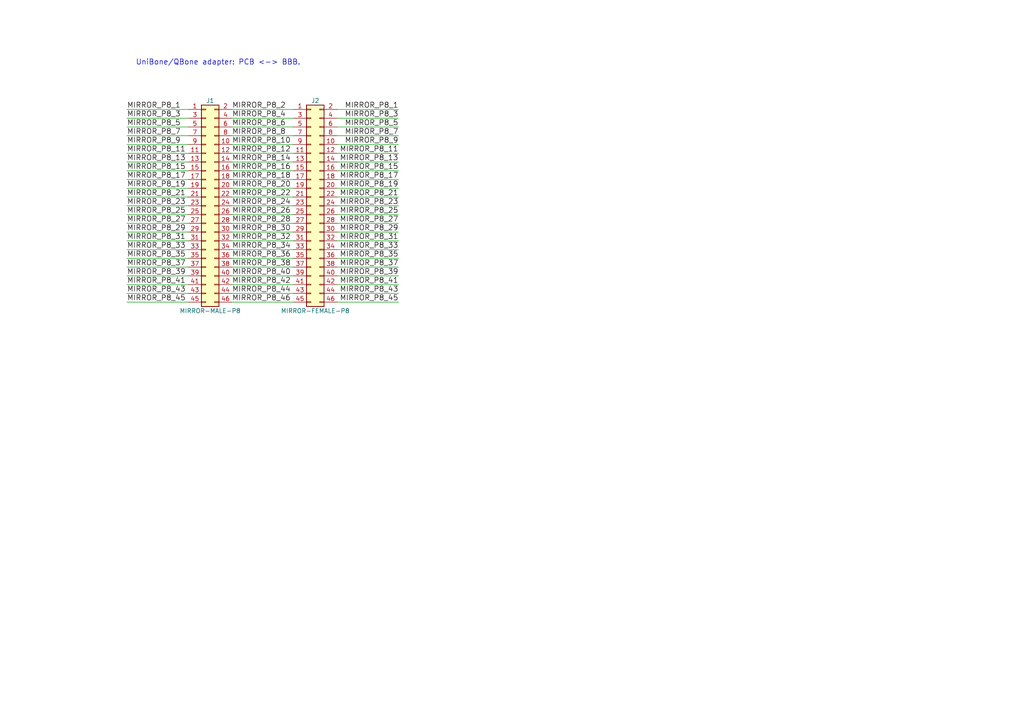
<source format=kicad_sch>
(kicad_sch (version 20230121) (generator eeschema)

  (uuid 90d2253c-0d8e-4c69-a71a-932a5ce2473b)

  (paper "A4")

  (lib_symbols
    (symbol "Connector_Generic:Conn_02x23_Odd_Even" (pin_names (offset 1.016) hide) (in_bom yes) (on_board yes)
      (property "Reference" "J" (at 1.27 30.48 0)
        (effects (font (size 1.27 1.27)))
      )
      (property "Value" "Conn_02x23_Odd_Even" (at 1.27 -30.48 0)
        (effects (font (size 1.27 1.27)))
      )
      (property "Footprint" "" (at 0 0 0)
        (effects (font (size 1.27 1.27)) hide)
      )
      (property "Datasheet" "~" (at 0 0 0)
        (effects (font (size 1.27 1.27)) hide)
      )
      (property "ki_keywords" "connector" (at 0 0 0)
        (effects (font (size 1.27 1.27)) hide)
      )
      (property "ki_description" "Generic connector, double row, 02x23, odd/even pin numbering scheme (row 1 odd numbers, row 2 even numbers), script generated (kicad-library-utils/schlib/autogen/connector/)" (at 0 0 0)
        (effects (font (size 1.27 1.27)) hide)
      )
      (property "ki_fp_filters" "Connector*:*_2x??_*" (at 0 0 0)
        (effects (font (size 1.27 1.27)) hide)
      )
      (symbol "Conn_02x23_Odd_Even_1_1"
        (rectangle (start -1.27 -27.813) (end 0 -28.067)
          (stroke (width 0.1524) (type default))
          (fill (type none))
        )
        (rectangle (start -1.27 -25.273) (end 0 -25.527)
          (stroke (width 0.1524) (type default))
          (fill (type none))
        )
        (rectangle (start -1.27 -22.733) (end 0 -22.987)
          (stroke (width 0.1524) (type default))
          (fill (type none))
        )
        (rectangle (start -1.27 -20.193) (end 0 -20.447)
          (stroke (width 0.1524) (type default))
          (fill (type none))
        )
        (rectangle (start -1.27 -17.653) (end 0 -17.907)
          (stroke (width 0.1524) (type default))
          (fill (type none))
        )
        (rectangle (start -1.27 -15.113) (end 0 -15.367)
          (stroke (width 0.1524) (type default))
          (fill (type none))
        )
        (rectangle (start -1.27 -12.573) (end 0 -12.827)
          (stroke (width 0.1524) (type default))
          (fill (type none))
        )
        (rectangle (start -1.27 -10.033) (end 0 -10.287)
          (stroke (width 0.1524) (type default))
          (fill (type none))
        )
        (rectangle (start -1.27 -7.493) (end 0 -7.747)
          (stroke (width 0.1524) (type default))
          (fill (type none))
        )
        (rectangle (start -1.27 -4.953) (end 0 -5.207)
          (stroke (width 0.1524) (type default))
          (fill (type none))
        )
        (rectangle (start -1.27 -2.413) (end 0 -2.667)
          (stroke (width 0.1524) (type default))
          (fill (type none))
        )
        (rectangle (start -1.27 0.127) (end 0 -0.127)
          (stroke (width 0.1524) (type default))
          (fill (type none))
        )
        (rectangle (start -1.27 2.667) (end 0 2.413)
          (stroke (width 0.1524) (type default))
          (fill (type none))
        )
        (rectangle (start -1.27 5.207) (end 0 4.953)
          (stroke (width 0.1524) (type default))
          (fill (type none))
        )
        (rectangle (start -1.27 7.747) (end 0 7.493)
          (stroke (width 0.1524) (type default))
          (fill (type none))
        )
        (rectangle (start -1.27 10.287) (end 0 10.033)
          (stroke (width 0.1524) (type default))
          (fill (type none))
        )
        (rectangle (start -1.27 12.827) (end 0 12.573)
          (stroke (width 0.1524) (type default))
          (fill (type none))
        )
        (rectangle (start -1.27 15.367) (end 0 15.113)
          (stroke (width 0.1524) (type default))
          (fill (type none))
        )
        (rectangle (start -1.27 17.907) (end 0 17.653)
          (stroke (width 0.1524) (type default))
          (fill (type none))
        )
        (rectangle (start -1.27 20.447) (end 0 20.193)
          (stroke (width 0.1524) (type default))
          (fill (type none))
        )
        (rectangle (start -1.27 22.987) (end 0 22.733)
          (stroke (width 0.1524) (type default))
          (fill (type none))
        )
        (rectangle (start -1.27 25.527) (end 0 25.273)
          (stroke (width 0.1524) (type default))
          (fill (type none))
        )
        (rectangle (start -1.27 28.067) (end 0 27.813)
          (stroke (width 0.1524) (type default))
          (fill (type none))
        )
        (rectangle (start -1.27 29.21) (end 3.81 -29.21)
          (stroke (width 0.254) (type default))
          (fill (type background))
        )
        (rectangle (start 3.81 -27.813) (end 2.54 -28.067)
          (stroke (width 0.1524) (type default))
          (fill (type none))
        )
        (rectangle (start 3.81 -25.273) (end 2.54 -25.527)
          (stroke (width 0.1524) (type default))
          (fill (type none))
        )
        (rectangle (start 3.81 -22.733) (end 2.54 -22.987)
          (stroke (width 0.1524) (type default))
          (fill (type none))
        )
        (rectangle (start 3.81 -20.193) (end 2.54 -20.447)
          (stroke (width 0.1524) (type default))
          (fill (type none))
        )
        (rectangle (start 3.81 -17.653) (end 2.54 -17.907)
          (stroke (width 0.1524) (type default))
          (fill (type none))
        )
        (rectangle (start 3.81 -15.113) (end 2.54 -15.367)
          (stroke (width 0.1524) (type default))
          (fill (type none))
        )
        (rectangle (start 3.81 -12.573) (end 2.54 -12.827)
          (stroke (width 0.1524) (type default))
          (fill (type none))
        )
        (rectangle (start 3.81 -10.033) (end 2.54 -10.287)
          (stroke (width 0.1524) (type default))
          (fill (type none))
        )
        (rectangle (start 3.81 -7.493) (end 2.54 -7.747)
          (stroke (width 0.1524) (type default))
          (fill (type none))
        )
        (rectangle (start 3.81 -4.953) (end 2.54 -5.207)
          (stroke (width 0.1524) (type default))
          (fill (type none))
        )
        (rectangle (start 3.81 -2.413) (end 2.54 -2.667)
          (stroke (width 0.1524) (type default))
          (fill (type none))
        )
        (rectangle (start 3.81 0.127) (end 2.54 -0.127)
          (stroke (width 0.1524) (type default))
          (fill (type none))
        )
        (rectangle (start 3.81 2.667) (end 2.54 2.413)
          (stroke (width 0.1524) (type default))
          (fill (type none))
        )
        (rectangle (start 3.81 5.207) (end 2.54 4.953)
          (stroke (width 0.1524) (type default))
          (fill (type none))
        )
        (rectangle (start 3.81 7.747) (end 2.54 7.493)
          (stroke (width 0.1524) (type default))
          (fill (type none))
        )
        (rectangle (start 3.81 10.287) (end 2.54 10.033)
          (stroke (width 0.1524) (type default))
          (fill (type none))
        )
        (rectangle (start 3.81 12.827) (end 2.54 12.573)
          (stroke (width 0.1524) (type default))
          (fill (type none))
        )
        (rectangle (start 3.81 15.367) (end 2.54 15.113)
          (stroke (width 0.1524) (type default))
          (fill (type none))
        )
        (rectangle (start 3.81 17.907) (end 2.54 17.653)
          (stroke (width 0.1524) (type default))
          (fill (type none))
        )
        (rectangle (start 3.81 20.447) (end 2.54 20.193)
          (stroke (width 0.1524) (type default))
          (fill (type none))
        )
        (rectangle (start 3.81 22.987) (end 2.54 22.733)
          (stroke (width 0.1524) (type default))
          (fill (type none))
        )
        (rectangle (start 3.81 25.527) (end 2.54 25.273)
          (stroke (width 0.1524) (type default))
          (fill (type none))
        )
        (rectangle (start 3.81 28.067) (end 2.54 27.813)
          (stroke (width 0.1524) (type default))
          (fill (type none))
        )
        (pin passive line (at -5.08 27.94 0) (length 3.81)
          (name "Pin_1" (effects (font (size 1.27 1.27))))
          (number "1" (effects (font (size 1.27 1.27))))
        )
        (pin passive line (at 7.62 17.78 180) (length 3.81)
          (name "Pin_10" (effects (font (size 1.27 1.27))))
          (number "10" (effects (font (size 1.27 1.27))))
        )
        (pin passive line (at -5.08 15.24 0) (length 3.81)
          (name "Pin_11" (effects (font (size 1.27 1.27))))
          (number "11" (effects (font (size 1.27 1.27))))
        )
        (pin passive line (at 7.62 15.24 180) (length 3.81)
          (name "Pin_12" (effects (font (size 1.27 1.27))))
          (number "12" (effects (font (size 1.27 1.27))))
        )
        (pin passive line (at -5.08 12.7 0) (length 3.81)
          (name "Pin_13" (effects (font (size 1.27 1.27))))
          (number "13" (effects (font (size 1.27 1.27))))
        )
        (pin passive line (at 7.62 12.7 180) (length 3.81)
          (name "Pin_14" (effects (font (size 1.27 1.27))))
          (number "14" (effects (font (size 1.27 1.27))))
        )
        (pin passive line (at -5.08 10.16 0) (length 3.81)
          (name "Pin_15" (effects (font (size 1.27 1.27))))
          (number "15" (effects (font (size 1.27 1.27))))
        )
        (pin passive line (at 7.62 10.16 180) (length 3.81)
          (name "Pin_16" (effects (font (size 1.27 1.27))))
          (number "16" (effects (font (size 1.27 1.27))))
        )
        (pin passive line (at -5.08 7.62 0) (length 3.81)
          (name "Pin_17" (effects (font (size 1.27 1.27))))
          (number "17" (effects (font (size 1.27 1.27))))
        )
        (pin passive line (at 7.62 7.62 180) (length 3.81)
          (name "Pin_18" (effects (font (size 1.27 1.27))))
          (number "18" (effects (font (size 1.27 1.27))))
        )
        (pin passive line (at -5.08 5.08 0) (length 3.81)
          (name "Pin_19" (effects (font (size 1.27 1.27))))
          (number "19" (effects (font (size 1.27 1.27))))
        )
        (pin passive line (at 7.62 27.94 180) (length 3.81)
          (name "Pin_2" (effects (font (size 1.27 1.27))))
          (number "2" (effects (font (size 1.27 1.27))))
        )
        (pin passive line (at 7.62 5.08 180) (length 3.81)
          (name "Pin_20" (effects (font (size 1.27 1.27))))
          (number "20" (effects (font (size 1.27 1.27))))
        )
        (pin passive line (at -5.08 2.54 0) (length 3.81)
          (name "Pin_21" (effects (font (size 1.27 1.27))))
          (number "21" (effects (font (size 1.27 1.27))))
        )
        (pin passive line (at 7.62 2.54 180) (length 3.81)
          (name "Pin_22" (effects (font (size 1.27 1.27))))
          (number "22" (effects (font (size 1.27 1.27))))
        )
        (pin passive line (at -5.08 0 0) (length 3.81)
          (name "Pin_23" (effects (font (size 1.27 1.27))))
          (number "23" (effects (font (size 1.27 1.27))))
        )
        (pin passive line (at 7.62 0 180) (length 3.81)
          (name "Pin_24" (effects (font (size 1.27 1.27))))
          (number "24" (effects (font (size 1.27 1.27))))
        )
        (pin passive line (at -5.08 -2.54 0) (length 3.81)
          (name "Pin_25" (effects (font (size 1.27 1.27))))
          (number "25" (effects (font (size 1.27 1.27))))
        )
        (pin passive line (at 7.62 -2.54 180) (length 3.81)
          (name "Pin_26" (effects (font (size 1.27 1.27))))
          (number "26" (effects (font (size 1.27 1.27))))
        )
        (pin passive line (at -5.08 -5.08 0) (length 3.81)
          (name "Pin_27" (effects (font (size 1.27 1.27))))
          (number "27" (effects (font (size 1.27 1.27))))
        )
        (pin passive line (at 7.62 -5.08 180) (length 3.81)
          (name "Pin_28" (effects (font (size 1.27 1.27))))
          (number "28" (effects (font (size 1.27 1.27))))
        )
        (pin passive line (at -5.08 -7.62 0) (length 3.81)
          (name "Pin_29" (effects (font (size 1.27 1.27))))
          (number "29" (effects (font (size 1.27 1.27))))
        )
        (pin passive line (at -5.08 25.4 0) (length 3.81)
          (name "Pin_3" (effects (font (size 1.27 1.27))))
          (number "3" (effects (font (size 1.27 1.27))))
        )
        (pin passive line (at 7.62 -7.62 180) (length 3.81)
          (name "Pin_30" (effects (font (size 1.27 1.27))))
          (number "30" (effects (font (size 1.27 1.27))))
        )
        (pin passive line (at -5.08 -10.16 0) (length 3.81)
          (name "Pin_31" (effects (font (size 1.27 1.27))))
          (number "31" (effects (font (size 1.27 1.27))))
        )
        (pin passive line (at 7.62 -10.16 180) (length 3.81)
          (name "Pin_32" (effects (font (size 1.27 1.27))))
          (number "32" (effects (font (size 1.27 1.27))))
        )
        (pin passive line (at -5.08 -12.7 0) (length 3.81)
          (name "Pin_33" (effects (font (size 1.27 1.27))))
          (number "33" (effects (font (size 1.27 1.27))))
        )
        (pin passive line (at 7.62 -12.7 180) (length 3.81)
          (name "Pin_34" (effects (font (size 1.27 1.27))))
          (number "34" (effects (font (size 1.27 1.27))))
        )
        (pin passive line (at -5.08 -15.24 0) (length 3.81)
          (name "Pin_35" (effects (font (size 1.27 1.27))))
          (number "35" (effects (font (size 1.27 1.27))))
        )
        (pin passive line (at 7.62 -15.24 180) (length 3.81)
          (name "Pin_36" (effects (font (size 1.27 1.27))))
          (number "36" (effects (font (size 1.27 1.27))))
        )
        (pin passive line (at -5.08 -17.78 0) (length 3.81)
          (name "Pin_37" (effects (font (size 1.27 1.27))))
          (number "37" (effects (font (size 1.27 1.27))))
        )
        (pin passive line (at 7.62 -17.78 180) (length 3.81)
          (name "Pin_38" (effects (font (size 1.27 1.27))))
          (number "38" (effects (font (size 1.27 1.27))))
        )
        (pin passive line (at -5.08 -20.32 0) (length 3.81)
          (name "Pin_39" (effects (font (size 1.27 1.27))))
          (number "39" (effects (font (size 1.27 1.27))))
        )
        (pin passive line (at 7.62 25.4 180) (length 3.81)
          (name "Pin_4" (effects (font (size 1.27 1.27))))
          (number "4" (effects (font (size 1.27 1.27))))
        )
        (pin passive line (at 7.62 -20.32 180) (length 3.81)
          (name "Pin_40" (effects (font (size 1.27 1.27))))
          (number "40" (effects (font (size 1.27 1.27))))
        )
        (pin passive line (at -5.08 -22.86 0) (length 3.81)
          (name "Pin_41" (effects (font (size 1.27 1.27))))
          (number "41" (effects (font (size 1.27 1.27))))
        )
        (pin passive line (at 7.62 -22.86 180) (length 3.81)
          (name "Pin_42" (effects (font (size 1.27 1.27))))
          (number "42" (effects (font (size 1.27 1.27))))
        )
        (pin passive line (at -5.08 -25.4 0) (length 3.81)
          (name "Pin_43" (effects (font (size 1.27 1.27))))
          (number "43" (effects (font (size 1.27 1.27))))
        )
        (pin passive line (at 7.62 -25.4 180) (length 3.81)
          (name "Pin_44" (effects (font (size 1.27 1.27))))
          (number "44" (effects (font (size 1.27 1.27))))
        )
        (pin passive line (at -5.08 -27.94 0) (length 3.81)
          (name "Pin_45" (effects (font (size 1.27 1.27))))
          (number "45" (effects (font (size 1.27 1.27))))
        )
        (pin passive line (at 7.62 -27.94 180) (length 3.81)
          (name "Pin_46" (effects (font (size 1.27 1.27))))
          (number "46" (effects (font (size 1.27 1.27))))
        )
        (pin passive line (at -5.08 22.86 0) (length 3.81)
          (name "Pin_5" (effects (font (size 1.27 1.27))))
          (number "5" (effects (font (size 1.27 1.27))))
        )
        (pin passive line (at 7.62 22.86 180) (length 3.81)
          (name "Pin_6" (effects (font (size 1.27 1.27))))
          (number "6" (effects (font (size 1.27 1.27))))
        )
        (pin passive line (at -5.08 20.32 0) (length 3.81)
          (name "Pin_7" (effects (font (size 1.27 1.27))))
          (number "7" (effects (font (size 1.27 1.27))))
        )
        (pin passive line (at 7.62 20.32 180) (length 3.81)
          (name "Pin_8" (effects (font (size 1.27 1.27))))
          (number "8" (effects (font (size 1.27 1.27))))
        )
        (pin passive line (at -5.08 17.78 0) (length 3.81)
          (name "Pin_9" (effects (font (size 1.27 1.27))))
          (number "9" (effects (font (size 1.27 1.27))))
        )
      )
    )
  )


  (wire (pts (xy 67.31 64.77) (xy 85.09 64.77))
    (stroke (width 0) (type default))
    (uuid 061e2acd-a814-4b22-bb2e-50d7921f6c09)
  )
  (wire (pts (xy 54.61 80.01) (xy 36.83 80.01))
    (stroke (width 0) (type default))
    (uuid 076ef1a0-1c68-4116-920c-d0303af8678e)
  )
  (wire (pts (xy 67.31 67.31) (xy 85.09 67.31))
    (stroke (width 0) (type default))
    (uuid 07c33650-030b-47a1-8f30-a249fab77bde)
  )
  (wire (pts (xy 67.31 74.93) (xy 85.09 74.93))
    (stroke (width 0) (type default))
    (uuid 0c302b0c-d15c-4dd3-860d-fdc87e163bf3)
  )
  (wire (pts (xy 97.79 39.37) (xy 115.57 39.37))
    (stroke (width 0) (type default))
    (uuid 0dc9eccd-9f1b-4ff9-b1cc-19e36e7a137e)
  )
  (wire (pts (xy 67.31 34.29) (xy 85.09 34.29))
    (stroke (width 0) (type default))
    (uuid 10bd7379-e346-42ad-ac98-97c8bb623725)
  )
  (wire (pts (xy 67.31 69.85) (xy 85.09 69.85))
    (stroke (width 0) (type default))
    (uuid 119ac948-09b3-4347-b3db-e964115d3558)
  )
  (wire (pts (xy 97.79 72.39) (xy 115.57 72.39))
    (stroke (width 0) (type default))
    (uuid 176b18bd-65d0-4f16-95a8-59a7d8e35b9d)
  )
  (wire (pts (xy 67.31 44.45) (xy 85.09 44.45))
    (stroke (width 0) (type default))
    (uuid 21dcc5d9-13c1-4ccc-b190-1e5ce6ab163a)
  )
  (wire (pts (xy 97.79 80.01) (xy 115.57 80.01))
    (stroke (width 0) (type default))
    (uuid 21fec433-fa6e-45c6-99f4-e602b63ffc5d)
  )
  (wire (pts (xy 54.61 74.93) (xy 36.83 74.93))
    (stroke (width 0) (type default))
    (uuid 2247d2ef-16c2-4050-9c03-2d7345224ad5)
  )
  (wire (pts (xy 54.61 85.09) (xy 36.83 85.09))
    (stroke (width 0) (type default))
    (uuid 2397b198-3529-440b-ad22-fa70e06d6647)
  )
  (wire (pts (xy 67.31 59.69) (xy 85.09 59.69))
    (stroke (width 0) (type default))
    (uuid 24d82f7c-792d-434c-bd0f-6e1c78a372d5)
  )
  (wire (pts (xy 97.79 34.29) (xy 115.57 34.29))
    (stroke (width 0) (type default))
    (uuid 25a07c8e-a79a-47b7-a7d0-e344c8764cc1)
  )
  (wire (pts (xy 67.31 62.23) (xy 85.09 62.23))
    (stroke (width 0) (type default))
    (uuid 3497e4d7-7cb4-4ca8-a23b-4aeb1b349b01)
  )
  (wire (pts (xy 67.31 80.01) (xy 85.09 80.01))
    (stroke (width 0) (type default))
    (uuid 34bec8bd-9390-4ba0-8bca-41a1a9f86a09)
  )
  (wire (pts (xy 54.61 64.77) (xy 36.83 64.77))
    (stroke (width 0) (type default))
    (uuid 390ac8cc-208a-4ed0-a7c6-4f198809ac1b)
  )
  (wire (pts (xy 54.61 77.47) (xy 36.83 77.47))
    (stroke (width 0) (type default))
    (uuid 3c5e94f0-0656-4939-afd9-132d03e86aaf)
  )
  (wire (pts (xy 97.79 57.15) (xy 115.57 57.15))
    (stroke (width 0) (type default))
    (uuid 3d5f1d83-7681-4b80-968e-4d7869fbfb53)
  )
  (wire (pts (xy 97.79 52.07) (xy 115.57 52.07))
    (stroke (width 0) (type default))
    (uuid 3e241ec8-33c9-4500-af42-96c0b837fb4d)
  )
  (wire (pts (xy 67.31 52.07) (xy 85.09 52.07))
    (stroke (width 0) (type default))
    (uuid 489a6bfd-9f45-474d-9f3c-d82eae165bab)
  )
  (wire (pts (xy 67.31 57.15) (xy 85.09 57.15))
    (stroke (width 0) (type default))
    (uuid 4db6bbdc-265c-47eb-ab1c-c8db9aec612f)
  )
  (wire (pts (xy 67.31 41.91) (xy 85.09 41.91))
    (stroke (width 0) (type default))
    (uuid 4eff5f1b-fbbb-44b6-9d28-1f8a89de4c6e)
  )
  (wire (pts (xy 97.79 67.31) (xy 115.57 67.31))
    (stroke (width 0) (type default))
    (uuid 5642f241-2c64-4d46-ac95-c2cadafd6f1d)
  )
  (wire (pts (xy 54.61 87.63) (xy 36.83 87.63))
    (stroke (width 0) (type default))
    (uuid 57ac9c28-1696-4eaa-8cc6-504c1de33824)
  )
  (wire (pts (xy 97.79 31.75) (xy 115.57 31.75))
    (stroke (width 0) (type default))
    (uuid 5aeaed7b-3b89-476d-922b-2cceb5774347)
  )
  (wire (pts (xy 67.31 82.55) (xy 85.09 82.55))
    (stroke (width 0) (type default))
    (uuid 5b635e07-5fb3-4c1e-8ad0-7bf731fcb1b5)
  )
  (wire (pts (xy 54.61 69.85) (xy 36.83 69.85))
    (stroke (width 0) (type default))
    (uuid 5e7d367a-b0a3-419f-8c24-2cfb5d988f58)
  )
  (wire (pts (xy 97.79 69.85) (xy 115.57 69.85))
    (stroke (width 0) (type default))
    (uuid 5fc3ebc5-8d2f-446b-acbb-a3cd1667e9d0)
  )
  (wire (pts (xy 36.83 31.75) (xy 54.61 31.75))
    (stroke (width 0) (type default))
    (uuid 6ab9ffa2-cb90-4598-8259-cc4a127f3d0a)
  )
  (wire (pts (xy 67.31 87.63) (xy 85.09 87.63))
    (stroke (width 0) (type default))
    (uuid 6ad30748-3eee-4973-ac6f-a4f2b147854c)
  )
  (wire (pts (xy 54.61 62.23) (xy 36.83 62.23))
    (stroke (width 0) (type default))
    (uuid 6f4efe8b-3ba7-46b8-b40e-dd356cda0ddf)
  )
  (wire (pts (xy 67.31 49.53) (xy 85.09 49.53))
    (stroke (width 0) (type default))
    (uuid 702788d9-ef35-4a27-96e8-2b71be01394f)
  )
  (wire (pts (xy 97.79 49.53) (xy 115.57 49.53))
    (stroke (width 0) (type default))
    (uuid 7996abfd-66aa-44f7-8e31-cd8e805c2184)
  )
  (wire (pts (xy 67.31 72.39) (xy 85.09 72.39))
    (stroke (width 0) (type default))
    (uuid 7c81bf62-c6f2-4355-a330-ac7eac34846f)
  )
  (wire (pts (xy 54.61 49.53) (xy 36.83 49.53))
    (stroke (width 0) (type default))
    (uuid 7dab905f-5eeb-4ed0-b08e-50f0393d68ef)
  )
  (wire (pts (xy 67.31 39.37) (xy 85.09 39.37))
    (stroke (width 0) (type default))
    (uuid 7e581614-35bf-480a-86df-49d6fcaf4efd)
  )
  (wire (pts (xy 97.79 77.47) (xy 115.57 77.47))
    (stroke (width 0) (type default))
    (uuid 8105e9a1-6383-48a9-b6bb-9cf8fb9f2ed7)
  )
  (wire (pts (xy 67.31 31.75) (xy 85.09 31.75))
    (stroke (width 0) (type default))
    (uuid 88cd747e-7bce-412c-bc68-2dea15392b38)
  )
  (wire (pts (xy 54.61 54.61) (xy 36.83 54.61))
    (stroke (width 0) (type default))
    (uuid 894964e5-527c-4e17-b03c-340491f49d4e)
  )
  (wire (pts (xy 97.79 87.63) (xy 115.57 87.63))
    (stroke (width 0) (type default))
    (uuid 8ad00e03-df91-4ba5-b1be-de014854af41)
  )
  (wire (pts (xy 97.79 41.91) (xy 115.57 41.91))
    (stroke (width 0) (type default))
    (uuid 8d3b0bca-7d75-4260-8253-fd1cde5ca303)
  )
  (wire (pts (xy 97.79 62.23) (xy 115.57 62.23))
    (stroke (width 0) (type default))
    (uuid 90cdc0e9-04c5-4ed6-9f6e-8409a4cda6cd)
  )
  (wire (pts (xy 54.61 57.15) (xy 36.83 57.15))
    (stroke (width 0) (type default))
    (uuid 937bd9dd-ebc4-424e-815c-1b0fa131dc05)
  )
  (wire (pts (xy 97.79 36.83) (xy 115.57 36.83))
    (stroke (width 0) (type default))
    (uuid 96394239-3766-4b7d-9890-1f34663abdb5)
  )
  (wire (pts (xy 54.61 41.91) (xy 36.83 41.91))
    (stroke (width 0) (type default))
    (uuid 9fbdf84b-eb83-419f-babb-bd9d881af584)
  )
  (wire (pts (xy 54.61 46.99) (xy 36.83 46.99))
    (stroke (width 0) (type default))
    (uuid 9fc18bd5-1d7d-42da-8fc0-03b93a60617a)
  )
  (wire (pts (xy 54.61 44.45) (xy 36.83 44.45))
    (stroke (width 0) (type default))
    (uuid a23f5658-d334-48c0-accb-6099a76bf327)
  )
  (wire (pts (xy 54.61 72.39) (xy 36.83 72.39))
    (stroke (width 0) (type default))
    (uuid a9495e50-252c-474d-b9c1-bfd91f57586e)
  )
  (wire (pts (xy 67.31 36.83) (xy 85.09 36.83))
    (stroke (width 0) (type default))
    (uuid a9cc3af6-cc44-46d1-925b-5753b96c2038)
  )
  (wire (pts (xy 97.79 59.69) (xy 115.57 59.69))
    (stroke (width 0) (type default))
    (uuid ae69e45c-917c-4a48-a512-a6d31926d016)
  )
  (wire (pts (xy 97.79 74.93) (xy 115.57 74.93))
    (stroke (width 0) (type default))
    (uuid b8a78394-4758-48b3-939b-6fbf24b26093)
  )
  (wire (pts (xy 67.31 54.61) (xy 85.09 54.61))
    (stroke (width 0) (type default))
    (uuid bb1561f0-ac58-4d27-a5cc-4aab70cf4d4f)
  )
  (wire (pts (xy 67.31 77.47) (xy 85.09 77.47))
    (stroke (width 0) (type default))
    (uuid bd09cd4e-5ba5-4984-afe2-2e8cc43522e5)
  )
  (wire (pts (xy 54.61 52.07) (xy 36.83 52.07))
    (stroke (width 0) (type default))
    (uuid c10a6226-2306-4a22-96b6-4676caa5b492)
  )
  (wire (pts (xy 36.83 34.29) (xy 54.61 34.29))
    (stroke (width 0) (type default))
    (uuid c74216f1-d5a6-4172-90a6-f9ddb5f45744)
  )
  (wire (pts (xy 97.79 82.55) (xy 115.57 82.55))
    (stroke (width 0) (type default))
    (uuid c810d622-196c-495d-9df9-e1708e17dc67)
  )
  (wire (pts (xy 97.79 64.77) (xy 115.57 64.77))
    (stroke (width 0) (type default))
    (uuid cbac0250-6d78-4ead-b240-f72abee1b699)
  )
  (wire (pts (xy 54.61 39.37) (xy 36.83 39.37))
    (stroke (width 0) (type default))
    (uuid cfdbfe73-f59e-499a-ac68-d6ee0800d768)
  )
  (wire (pts (xy 67.31 85.09) (xy 85.09 85.09))
    (stroke (width 0) (type default))
    (uuid deec82ec-3941-4f04-b74d-9a00b93f54bc)
  )
  (wire (pts (xy 97.79 44.45) (xy 115.57 44.45))
    (stroke (width 0) (type default))
    (uuid df0c7210-8dfd-425e-997d-e2baa97aea1a)
  )
  (wire (pts (xy 97.79 85.09) (xy 115.57 85.09))
    (stroke (width 0) (type default))
    (uuid e3777c27-d802-4fe8-9c32-e343205628e0)
  )
  (wire (pts (xy 97.79 54.61) (xy 115.57 54.61))
    (stroke (width 0) (type default))
    (uuid e5fe8394-256b-4f47-b487-8e9e4ab0fe35)
  )
  (wire (pts (xy 54.61 59.69) (xy 36.83 59.69))
    (stroke (width 0) (type default))
    (uuid e93b3c00-a323-4f1d-a0d5-0fd124402638)
  )
  (wire (pts (xy 54.61 36.83) (xy 36.83 36.83))
    (stroke (width 0) (type default))
    (uuid ede9c100-4e51-432e-90f0-f199ffb78e74)
  )
  (wire (pts (xy 54.61 82.55) (xy 36.83 82.55))
    (stroke (width 0) (type default))
    (uuid ee339de8-13a3-482b-a7c9-8a61873bb753)
  )
  (wire (pts (xy 67.31 46.99) (xy 85.09 46.99))
    (stroke (width 0) (type default))
    (uuid f2f7cd7b-f792-416d-92a9-25255901c62e)
  )
  (wire (pts (xy 97.79 46.99) (xy 115.57 46.99))
    (stroke (width 0) (type default))
    (uuid fcd74ab4-8817-44f9-8bfd-c5d0232e575d)
  )
  (wire (pts (xy 54.61 67.31) (xy 36.83 67.31))
    (stroke (width 0) (type default))
    (uuid fde88edf-02de-4d4c-8b25-f2795927a575)
  )

  (text "UniBone/QBone adapter: PCB <-> BBB.\n" (at 39.37 19.05 0)
    (effects (font (size 1.524 1.524)) (justify left bottom))
    (uuid bf6f9063-cb4c-4696-aca6-1e7ce5f842c8)
  )

  (label "MIRROR_P8_46" (at 67.31 87.63 0)
    (effects (font (size 1.524 1.524)) (justify left bottom))
    (uuid 0b9eb803-319b-40c4-94d6-9b18c68bf588)
  )
  (label "MIRROR_P8_35" (at 115.57 74.93 180)
    (effects (font (size 1.524 1.524)) (justify right bottom))
    (uuid 0c8c2833-756f-44d4-af5f-5d0736b7ea9e)
  )
  (label "MIRROR_P8_39" (at 115.57 80.01 180)
    (effects (font (size 1.524 1.524)) (justify right bottom))
    (uuid 0fe6ec23-3ee3-4fdf-a352-d61ad3f4b2cf)
  )
  (label "MIRROR_P8_29" (at 36.83 67.31 0)
    (effects (font (size 1.524 1.524)) (justify left bottom))
    (uuid 11d11a54-aa2a-4b7a-8b37-ecf5f682698a)
  )
  (label "MIRROR_P8_31" (at 36.83 69.85 0)
    (effects (font (size 1.524 1.524)) (justify left bottom))
    (uuid 131c8b46-9540-4935-bfc7-681c3d3b0c50)
  )
  (label "MIRROR_P8_21" (at 36.83 57.15 0)
    (effects (font (size 1.524 1.524)) (justify left bottom))
    (uuid 15ca5c73-914e-47a1-9d82-24c13a12026a)
  )
  (label "MIRROR_P8_27" (at 115.57 64.77 180)
    (effects (font (size 1.524 1.524)) (justify right bottom))
    (uuid 1a440bd1-f0b0-46e9-8937-2784d360df31)
  )
  (label "MIRROR_P8_23" (at 36.83 59.69 0)
    (effects (font (size 1.524 1.524)) (justify left bottom))
    (uuid 1da4c494-284e-4f64-a907-2a9e313b13e4)
  )
  (label "MIRROR_P8_3" (at 115.57 34.29 180)
    (effects (font (size 1.524 1.524)) (justify right bottom))
    (uuid 1efda0ed-c0d4-4a52-8c3c-a3a76deb5570)
  )
  (label "MIRROR_P8_24" (at 67.31 59.69 0)
    (effects (font (size 1.524 1.524)) (justify left bottom))
    (uuid 20f08497-f33e-4f29-a7c9-f7dd96741846)
  )
  (label "MIRROR_P8_36" (at 67.31 74.93 0)
    (effects (font (size 1.524 1.524)) (justify left bottom))
    (uuid 224f74f6-2565-4d14-83bc-f167ac0a5742)
  )
  (label "MIRROR_P8_21" (at 115.57 57.15 180)
    (effects (font (size 1.524 1.524)) (justify right bottom))
    (uuid 249726b1-fe4d-447d-a5d9-2fd12b4da376)
  )
  (label "MIRROR_P8_43" (at 115.57 85.09 180)
    (effects (font (size 1.524 1.524)) (justify right bottom))
    (uuid 249aac87-9e12-43cb-b2a0-9a6555bd5fe1)
  )
  (label "MIRROR_P8_23" (at 115.57 59.69 180)
    (effects (font (size 1.524 1.524)) (justify right bottom))
    (uuid 28742ec9-7072-409c-a1f3-be8af616779e)
  )
  (label "MIRROR_P8_27" (at 36.83 64.77 0)
    (effects (font (size 1.524 1.524)) (justify left bottom))
    (uuid 28da28c2-1b69-4b5d-afe1-f867c3be430d)
  )
  (label "MIRROR_P8_1" (at 36.83 31.75 0)
    (effects (font (size 1.524 1.524)) (justify left bottom))
    (uuid 2a6a4da0-dce2-406f-b02f-95d1b499564f)
  )
  (label "MIRROR_P8_22" (at 67.31 57.15 0)
    (effects (font (size 1.524 1.524)) (justify left bottom))
    (uuid 2e25f0cd-4c97-41be-85fb-d6e9144daa1c)
  )
  (label "MIRROR_P8_45" (at 36.83 87.63 0)
    (effects (font (size 1.524 1.524)) (justify left bottom))
    (uuid 2e971380-9bed-431c-b5c9-fcd311808d97)
  )
  (label "MIRROR_P8_18" (at 67.31 52.07 0)
    (effects (font (size 1.524 1.524)) (justify left bottom))
    (uuid 35456175-e04b-4505-8425-e70e3bc30493)
  )
  (label "MIRROR_P8_19" (at 115.57 54.61 180)
    (effects (font (size 1.524 1.524)) (justify right bottom))
    (uuid 357bda95-bbd0-4740-bc3e-c1188b2c3631)
  )
  (label "MIRROR_P8_19" (at 36.83 54.61 0)
    (effects (font (size 1.524 1.524)) (justify left bottom))
    (uuid 36215025-f2c1-4535-8169-e0d3eb6c0c2b)
  )
  (label "MIRROR_P8_7" (at 36.83 39.37 0)
    (effects (font (size 1.524 1.524)) (justify left bottom))
    (uuid 38727cb9-585a-4765-a803-fafc676e00f8)
  )
  (label "MIRROR_P8_32" (at 67.31 69.85 0)
    (effects (font (size 1.524 1.524)) (justify left bottom))
    (uuid 44eb5651-999f-414f-84bc-3817449bd5d6)
  )
  (label "MIRROR_P8_25" (at 115.57 62.23 180)
    (effects (font (size 1.524 1.524)) (justify right bottom))
    (uuid 4c8c2910-0ac6-4f03-8d62-6ba4e9e91822)
  )
  (label "MIRROR_P8_37" (at 36.83 77.47 0)
    (effects (font (size 1.524 1.524)) (justify left bottom))
    (uuid 4ff8fd2f-df8a-4a77-ace1-f936eca75c88)
  )
  (label "MIRROR_P8_37" (at 115.57 77.47 180)
    (effects (font (size 1.524 1.524)) (justify right bottom))
    (uuid 53c4b1d6-7869-4963-93b5-a0052a2ac69e)
  )
  (label "MIRROR_P8_16" (at 67.31 49.53 0)
    (effects (font (size 1.524 1.524)) (justify left bottom))
    (uuid 58189895-dd00-4b31-9216-c30c658bc4a8)
  )
  (label "MIRROR_P8_28" (at 67.31 64.77 0)
    (effects (font (size 1.524 1.524)) (justify left bottom))
    (uuid 5bc41224-99ce-484d-bafd-6fdcf96ba501)
  )
  (label "MIRROR_P8_44" (at 67.31 85.09 0)
    (effects (font (size 1.524 1.524)) (justify left bottom))
    (uuid 5bc609fe-dac8-4a0e-a27d-c29377ce3aa4)
  )
  (label "MIRROR_P8_26" (at 67.31 62.23 0)
    (effects (font (size 1.524 1.524)) (justify left bottom))
    (uuid 5cc484a7-0eaf-4e5d-a1f7-cba487f4416a)
  )
  (label "MIRROR_P8_29" (at 115.57 67.31 180)
    (effects (font (size 1.524 1.524)) (justify right bottom))
    (uuid 5ed9d3b6-26fb-46e9-8754-0c597ff0c1c9)
  )
  (label "MIRROR_P8_39" (at 36.83 80.01 0)
    (effects (font (size 1.524 1.524)) (justify left bottom))
    (uuid 604dead0-4f75-4aef-a88d-2c402fa5d7c8)
  )
  (label "MIRROR_P8_41" (at 36.83 82.55 0)
    (effects (font (size 1.524 1.524)) (justify left bottom))
    (uuid 698984d8-e202-4aae-b074-cdee9b1a83c5)
  )
  (label "MIRROR_P8_12" (at 67.31 44.45 0)
    (effects (font (size 1.524 1.524)) (justify left bottom))
    (uuid 6bfae381-fce3-4eab-b103-0275a4f99de9)
  )
  (label "MIRROR_P8_34" (at 67.31 72.39 0)
    (effects (font (size 1.524 1.524)) (justify left bottom))
    (uuid 6cb3362a-89dd-475d-90b3-09d9cbbbf56d)
  )
  (label "MIRROR_P8_20" (at 67.31 54.61 0)
    (effects (font (size 1.524 1.524)) (justify left bottom))
    (uuid 6fc8410d-fbe3-4cfa-b1cc-8de4bcde1781)
  )
  (label "MIRROR_P8_17" (at 115.57 52.07 180)
    (effects (font (size 1.524 1.524)) (justify right bottom))
    (uuid 7000178c-b060-42a4-81fe-b748430d3bf6)
  )
  (label "MIRROR_P8_30" (at 67.31 67.31 0)
    (effects (font (size 1.524 1.524)) (justify left bottom))
    (uuid 706b3683-b6c5-45f5-932d-e7f98e37c89c)
  )
  (label "MIRROR_P8_1" (at 115.57 31.75 180)
    (effects (font (size 1.524 1.524)) (justify right bottom))
    (uuid 7257b696-0775-47b1-9993-7c7608c492d5)
  )
  (label "MIRROR_P8_43" (at 36.83 85.09 0)
    (effects (font (size 1.524 1.524)) (justify left bottom))
    (uuid 75239442-46c0-4914-8ea1-8546829602f2)
  )
  (label "MIRROR_P8_38" (at 67.31 77.47 0)
    (effects (font (size 1.524 1.524)) (justify left bottom))
    (uuid 76bb9221-7b3b-4004-a30b-52f32f30d0a4)
  )
  (label "MIRROR_P8_15" (at 36.83 49.53 0)
    (effects (font (size 1.524 1.524)) (justify left bottom))
    (uuid 793bd4f7-e461-4c97-9e67-d9068c819844)
  )
  (label "MIRROR_P8_5" (at 115.57 36.83 180)
    (effects (font (size 1.524 1.524)) (justify right bottom))
    (uuid 7bd994d8-a391-48b7-b89b-7013add9cc9a)
  )
  (label "MIRROR_P8_17" (at 36.83 52.07 0)
    (effects (font (size 1.524 1.524)) (justify left bottom))
    (uuid 7c0980d9-1fc5-4360-a4c3-80e3e3f4e046)
  )
  (label "MIRROR_P8_33" (at 115.57 72.39 180)
    (effects (font (size 1.524 1.524)) (justify right bottom))
    (uuid 800b0da8-6525-4564-8018-894d8b26e24c)
  )
  (label "MIRROR_P8_6" (at 67.31 36.83 0)
    (effects (font (size 1.524 1.524)) (justify left bottom))
    (uuid 82c51f47-c8d4-46b4-97cd-539d5bb40834)
  )
  (label "MIRROR_P8_11" (at 115.57 44.45 180)
    (effects (font (size 1.524 1.524)) (justify right bottom))
    (uuid 89127df9-4e11-4f19-beea-a045a5a8ee99)
  )
  (label "MIRROR_P8_4" (at 67.31 34.29 0)
    (effects (font (size 1.524 1.524)) (justify left bottom))
    (uuid 8a8b6f0b-7834-4e28-9ede-da72556fcfc9)
  )
  (label "MIRROR_P8_15" (at 115.57 49.53 180)
    (effects (font (size 1.524 1.524)) (justify right bottom))
    (uuid 8c72a421-2c13-485f-8b3d-50d742008f1f)
  )
  (label "MIRROR_P8_31" (at 115.57 69.85 180)
    (effects (font (size 1.524 1.524)) (justify right bottom))
    (uuid 939c3f05-b163-404b-803a-7891fcd3b9a0)
  )
  (label "MIRROR_P8_9" (at 115.57 41.91 180)
    (effects (font (size 1.524 1.524)) (justify right bottom))
    (uuid 96515f30-9cd6-46b3-8d31-2e117e647c26)
  )
  (label "MIRROR_P8_9" (at 36.83 41.91 0)
    (effects (font (size 1.524 1.524)) (justify left bottom))
    (uuid a9e5b4fe-6c64-4d74-8ae7-cc90a0ec799e)
  )
  (label "MIRROR_P8_13" (at 115.57 46.99 180)
    (effects (font (size 1.524 1.524)) (justify right bottom))
    (uuid ab046b64-ac8a-41b5-909d-415d4682e23b)
  )
  (label "MIRROR_P8_10" (at 67.31 41.91 0)
    (effects (font (size 1.524 1.524)) (justify left bottom))
    (uuid b1a32dc5-692a-484f-8ecf-f377c45e8e56)
  )
  (label "MIRROR_P8_45" (at 115.57 87.63 180)
    (effects (font (size 1.524 1.524)) (justify right bottom))
    (uuid b7b4cae7-5078-4bea-a510-8d070ce58660)
  )
  (label "MIRROR_P8_35" (at 36.83 74.93 0)
    (effects (font (size 1.524 1.524)) (justify left bottom))
    (uuid b7d507f6-e749-4dd5-8a60-0bd25081dd84)
  )
  (label "MIRROR_P8_13" (at 36.83 46.99 0)
    (effects (font (size 1.524 1.524)) (justify left bottom))
    (uuid badd945f-591d-4384-9522-7eefef5c6acd)
  )
  (label "MIRROR_P8_3" (at 36.83 34.29 0)
    (effects (font (size 1.524 1.524)) (justify left bottom))
    (uuid c1bfff1f-68f3-41ea-a9b4-aa6410458112)
  )
  (label "MIRROR_P8_8" (at 67.31 39.37 0)
    (effects (font (size 1.524 1.524)) (justify left bottom))
    (uuid c26f0167-32fb-4031-ba4f-bc6225161e3e)
  )
  (label "MIRROR_P8_11" (at 36.83 44.45 0)
    (effects (font (size 1.524 1.524)) (justify left bottom))
    (uuid c67c7344-e385-4fcf-ad74-75ad846f38ea)
  )
  (label "MIRROR_P8_14" (at 67.31 46.99 0)
    (effects (font (size 1.524 1.524)) (justify left bottom))
    (uuid cfde29ef-c5e9-45ff-ad1b-1e4a1a2f5f67)
  )
  (label "MIRROR_P8_40" (at 67.31 80.01 0)
    (effects (font (size 1.524 1.524)) (justify left bottom))
    (uuid d1b3b347-9c61-4dbd-b12b-8745639dcd19)
  )
  (label "MIRROR_P8_2" (at 67.31 31.75 0)
    (effects (font (size 1.524 1.524)) (justify left bottom))
    (uuid d4d4e63e-cfa0-450c-8d8a-95034883a5bd)
  )
  (label "MIRROR_P8_7" (at 115.57 39.37 180)
    (effects (font (size 1.524 1.524)) (justify right bottom))
    (uuid dccc6651-f799-4d23-8887-b93eb2a55fef)
  )
  (label "MIRROR_P8_33" (at 36.83 72.39 0)
    (effects (font (size 1.524 1.524)) (justify left bottom))
    (uuid e949fa90-2be5-45ed-9b63-c80ae2f2c5e6)
  )
  (label "MIRROR_P8_41" (at 115.57 82.55 180)
    (effects (font (size 1.524 1.524)) (justify right bottom))
    (uuid eccef20a-698e-47c3-98e1-867b7d39f8f0)
  )
  (label "MIRROR_P8_42" (at 67.31 82.55 0)
    (effects (font (size 1.524 1.524)) (justify left bottom))
    (uuid f3b75371-3d63-4154-b348-e76fb0dedeba)
  )
  (label "MIRROR_P8_25" (at 36.83 62.23 0)
    (effects (font (size 1.524 1.524)) (justify left bottom))
    (uuid f820f11d-e04d-46db-9345-13f0acb48549)
  )
  (label "MIRROR_P8_5" (at 36.83 36.83 0)
    (effects (font (size 1.524 1.524)) (justify left bottom))
    (uuid f8a2ee78-080f-42d6-8aac-88b83a8661a5)
  )

  (symbol (lib_id "Connector_Generic:Conn_02x23_Odd_Even") (at 59.69 59.69 0) (unit 1)
    (in_bom yes) (on_board yes) (dnp no)
    (uuid 00000000-0000-0000-0000-00005ef6d235)
    (property "Reference" "J?" (at 60.96 29.21 0)
      (effects (font (size 1.27 1.27)))
    )
    (property "Value" "MIRROR-MALE-P8" (at 60.96 90.17 0)
      (effects (font (size 1.27 1.27)))
    )
    (property "Footprint" "Connector_PinHeader_2.54mm:PinHeader_2x23_P2.54mm_Vertical" (at 59.69 59.69 0)
      (effects (font (size 1.27 1.27)) hide)
    )
    (property "Datasheet" "" (at 59.69 59.69 0)
      (effects (font (size 1.27 1.27)) hide)
    )
    (pin "1" (uuid 1860b8ed-509a-41ae-83b5-b490ea2e8337))
    (pin "10" (uuid 343ebf81-bd8e-497b-9a2b-830d3bddd6bf))
    (pin "11" (uuid a33ec590-5b5e-4abb-a894-25ae5be57566))
    (pin "12" (uuid 297b5d40-4f7b-4821-b63f-0b32a09242e8))
    (pin "13" (uuid c32bad27-e758-4a86-9636-396af58ffa0d))
    (pin "14" (uuid 0ee0b6c6-d6f7-4f85-a16b-2b9090560bf8))
    (pin "15" (uuid 847036f2-c199-4c75-86e6-96a82ed0abfa))
    (pin "16" (uuid e35f3b4e-5a1a-464e-b83d-0b2df98e69fe))
    (pin "17" (uuid 78882b09-6176-42c1-9d70-f2bc5e839ef9))
    (pin "18" (uuid 3274d63c-88a3-4ebd-ad5f-1f322e13294e))
    (pin "19" (uuid 55218f3c-eeba-4aae-b7c4-b8eebbeb22f7))
    (pin "2" (uuid acf16b6f-99fb-4d68-b572-195897aec347))
    (pin "20" (uuid 759aae3e-0991-4116-9cd0-63b3d3afd06c))
    (pin "21" (uuid 4c047849-676a-4d9b-826a-c64a71bbaa7e))
    (pin "22" (uuid 4b73842d-6b10-49f5-a379-1c4bba28c2ce))
    (pin "23" (uuid 12add533-15ae-49a4-8b7c-f449b8c43302))
    (pin "24" (uuid 4dc4c0a8-b9c6-408d-98c8-92cb0d2b5f7f))
    (pin "25" (uuid 7c101a71-c20b-445b-b00c-6e2811a739a5))
    (pin "26" (uuid ebe80845-ef52-42e8-bf1d-74f5eb0f0676))
    (pin "27" (uuid ea45cb58-f9c1-4f6f-9192-e51e2c2a9f9f))
    (pin "28" (uuid c0b6a6df-c1f6-41c7-824c-56a37146378f))
    (pin "29" (uuid 9343fcb0-0bb6-4926-be86-c54119fe2452))
    (pin "3" (uuid b7b21c58-0510-43ae-8891-949d02284b0e))
    (pin "30" (uuid a64cbd1c-cbc5-4348-b30f-4b599877da10))
    (pin "31" (uuid ae42d496-94d8-40d1-8fcd-ea4886f5c1e7))
    (pin "32" (uuid a87fb118-fe83-49fb-8593-3c3107b1b6ff))
    (pin "33" (uuid 502e25dd-f2d0-4c10-aa5f-8d89e86c9a9c))
    (pin "34" (uuid 213533ea-e04a-4188-aebf-44f9c3dac0ef))
    (pin "35" (uuid d766f677-007f-4629-9de9-2aa79c91a695))
    (pin "36" (uuid e02bf7e6-3ab1-4cec-8ba7-8e911ccab780))
    (pin "37" (uuid ce7144a1-c131-4ac8-922c-8023db96b16a))
    (pin "38" (uuid 7f99abf0-cd3c-41cd-95f8-20e1f1e88e44))
    (pin "39" (uuid 2b093b63-2163-421d-80cf-3872aae3dd4d))
    (pin "4" (uuid 47b4c3e9-083b-4180-b2c6-1c1f3868a9f6))
    (pin "40" (uuid fba61e8f-034b-4ced-b0ae-facc9e58558a))
    (pin "41" (uuid a06ed8f2-799e-403e-875b-092dbef3c42b))
    (pin "42" (uuid 9a6029f4-1c87-4f5c-ac80-5f0449c15392))
    (pin "43" (uuid 108b3b3d-cfdf-41a0-9481-8f3ee22a685e))
    (pin "44" (uuid 9f2461ec-52be-4410-87ac-afd32b514b15))
    (pin "45" (uuid 59f8f41d-6bae-43f4-b38d-d456cfb69846))
    (pin "46" (uuid 8549e789-a439-4a14-9b14-871790e756d8))
    (pin "5" (uuid 8d0e4781-b2d8-40d3-9603-1ac13b87ed04))
    (pin "6" (uuid 41a26963-be94-497b-94b8-c4399f3f080f))
    (pin "7" (uuid d6b45299-7788-4ff8-b38d-b0c2f0ee6215))
    (pin "8" (uuid f6c1d239-5587-4fe8-9ae2-81bf39d4a2a6))
    (pin "9" (uuid 0ee90b97-efdc-49de-8eb6-7ef76bbd002b))
    (instances
      (project "bbbadapter"
        (path "/90d2253c-0d8e-4c69-a71a-932a5ce2473b"
          (reference "J1") (unit 1)
        )
      )
    )
  )

  (symbol (lib_id "Connector_Generic:Conn_02x23_Odd_Even") (at 90.17 59.69 0) (unit 1)
    (in_bom yes) (on_board yes) (dnp no)
    (uuid 00000000-0000-0000-0000-00005ef6d23b)
    (property "Reference" "J?" (at 91.44 29.21 0)
      (effects (font (size 1.27 1.27)))
    )
    (property "Value" "MIRROR-FEMALE-P8" (at 91.44 90.17 0)
      (effects (font (size 1.27 1.27)))
    )
    (property "Footprint" "Connector_PinHeader_2.54mm:PinHeader_2x23_P2.54mm_Vertical" (at 90.17 59.69 0)
      (effects (font (size 1.27 1.27)) hide)
    )
    (property "Datasheet" "" (at 90.17 59.69 0)
      (effects (font (size 1.27 1.27)) hide)
    )
    (pin "1" (uuid 4d40c293-6263-4787-ba33-fe8dcb016a25))
    (pin "10" (uuid eb60725e-d182-40f1-beff-c371d049535b))
    (pin "11" (uuid 8c0c572d-1260-4e12-b1d5-aa16b8e2a118))
    (pin "12" (uuid e4682b2a-7fd8-4e92-88a5-e54cc5599a3e))
    (pin "13" (uuid 50b35e53-b85d-48bd-ac9f-211341d4105a))
    (pin "14" (uuid 511fd592-7980-458b-8dff-af132edc9431))
    (pin "15" (uuid 40401511-b2be-41ea-84a6-a7304e29521a))
    (pin "16" (uuid 94d35157-ad20-4189-a987-d4e209cb30d0))
    (pin "17" (uuid 5c17c1b8-9c69-4ab9-91d1-e3a617e41c0e))
    (pin "18" (uuid 6d5251ac-2802-455e-978c-53401f318235))
    (pin "19" (uuid 8321c817-ab17-469b-8469-888fca4f3cdf))
    (pin "2" (uuid d6328906-c1f6-4c13-9df9-6fabb31bd9b6))
    (pin "20" (uuid 25d4aaf2-b412-4285-8e77-a38bac58e633))
    (pin "21" (uuid c57dfc88-445f-449b-ba3e-5aaaa4a86659))
    (pin "22" (uuid 9574c0b4-cc87-4c5d-8d74-9e49b0a7d6e2))
    (pin "23" (uuid 3c34c6e6-5230-4b00-a759-2d91ced17049))
    (pin "24" (uuid 8400a89b-d749-4315-9e73-827020e9bf68))
    (pin "25" (uuid 000674cd-e682-469c-8cff-35afcad99708))
    (pin "26" (uuid b6c2f7b0-229e-4fbe-b200-c51d47be1584))
    (pin "27" (uuid 172bc1af-461c-452f-a27b-0a1bfdecab2b))
    (pin "28" (uuid 4c692af5-51fe-4a10-843e-ac4b561b8276))
    (pin "29" (uuid f3ca2e07-1a0b-4036-94ec-4c386d011509))
    (pin "3" (uuid 789b1157-0b38-4f93-ae54-c4737df66097))
    (pin "30" (uuid e107834f-affc-47fa-bd3f-897330930b7d))
    (pin "31" (uuid f69e0114-f5a2-4b7e-b9a4-ac4f2e3f87d4))
    (pin "32" (uuid bda438bf-0154-43a7-ab6f-33dde9539aed))
    (pin "33" (uuid de22c482-db5b-4b0b-99bd-32c4361acf5f))
    (pin "34" (uuid a8e29dae-6dcc-429b-9196-fefab265be97))
    (pin "35" (uuid 920af202-93dd-4b01-addb-9f342b31fc9f))
    (pin "36" (uuid 5957ccb1-8140-41e3-b22c-116be8b5ebdb))
    (pin "37" (uuid 754cbdb4-e1a0-4f44-818e-2fd30e123b91))
    (pin "38" (uuid 765da596-d0b8-454b-8c03-38c61bef3816))
    (pin "39" (uuid 4b24860d-ad3c-4dbc-82a8-e9b0c9462c05))
    (pin "4" (uuid c40c8074-1740-45a1-bcc2-855d4456c982))
    (pin "40" (uuid 80fe6cd6-9cbe-46f8-9ee4-fc08a7704229))
    (pin "41" (uuid f225110a-56a4-4825-aa85-95a37ba1b006))
    (pin "42" (uuid 7354fb67-26a8-4da2-9286-85a19cbd49d9))
    (pin "43" (uuid 22e4fc72-76b1-4662-b87e-ffde809df0fd))
    (pin "44" (uuid 56460996-269e-4ecf-b6cd-aeaf8bd7bdd1))
    (pin "45" (uuid 77111980-8745-4765-9658-d743dda080f7))
    (pin "46" (uuid e288978c-1571-4d97-8dbb-42039e391f11))
    (pin "5" (uuid a18f20bd-391e-451a-bce8-e7d2ce7106df))
    (pin "6" (uuid efb86e9b-bf12-4560-94fd-72a1879131d0))
    (pin "7" (uuid 78dd990d-9aae-4dbc-a856-b939f2061c56))
    (pin "8" (uuid ba2cd24a-63c4-4024-be01-3ef35813b913))
    (pin "9" (uuid 725a5d21-c219-4ed2-af5b-cdfea0f41afb))
    (instances
      (project "bbbadapter"
        (path "/90d2253c-0d8e-4c69-a71a-932a5ce2473b"
          (reference "J2") (unit 1)
        )
      )
    )
  )

  (sheet_instances
    (path "/" (page "1"))
  )
)

</source>
